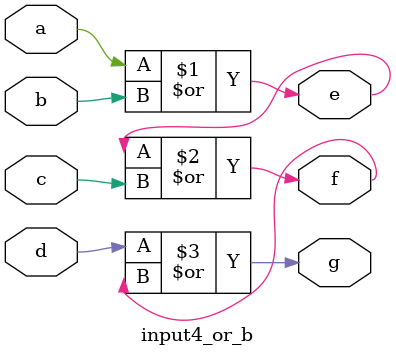
<source format=v>
`timescale 1ns / 1ps

module input4_or_b(a,b,c,d,e,f,g);
    input a,b,c,d;
    output e,f,g;
    
    assign e = a|b;
    assign f = e|c;
    assign g = d|f;

endmodule

</source>
